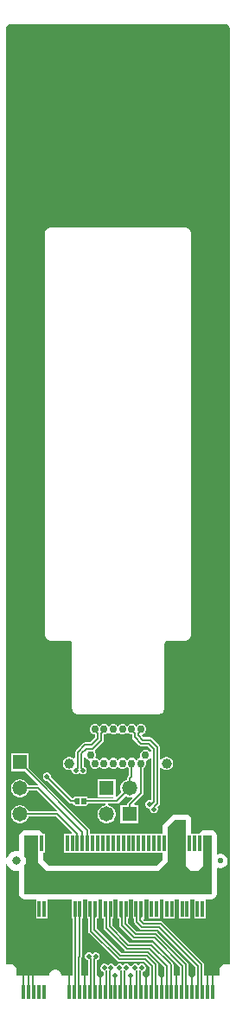
<source format=gtl>
G04*
G04 #@! TF.GenerationSoftware,Altium Limited,Altium Designer,24.5.2 (23)*
G04*
G04 Layer_Physical_Order=1*
G04 Layer_Color=255*
%FSLAX44Y44*%
%MOMM*%
G71*
G04*
G04 #@! TF.SameCoordinates,B7296A9B-97E8-4630-929D-2966843682D6*
G04*
G04*
G04 #@! TF.FilePolarity,Positive*
G04*
G01*
G75*
%ADD11C,0.2000*%
%ADD15R,0.3500X1.4500*%
%ADD16R,1.2000X2.7500*%
%ADD17R,0.3000X1.5500*%
%ADD32R,0.4000X0.4000*%
%ADD33R,1.4732X1.4732*%
%ADD34C,1.4732*%
%ADD35C,5.5000*%
%ADD36O,1.2080X2.4160*%
%ADD37O,1.4080X2.8160*%
%ADD38C,0.7500*%
%ADD39C,1.0000*%
%ADD40C,0.8000*%
%ADD41C,0.5500*%
%ADD42C,0.5000*%
G36*
X217833Y959489D02*
X219239Y958083D01*
X220000Y956245D01*
Y955251D01*
Y42000D01*
Y41602D01*
X219696Y40867D01*
X219133Y40305D01*
X218399Y40001D01*
X214501Y40001D01*
X213525Y39905D01*
X211723Y39159D01*
X210343Y37780D01*
X209686Y36195D01*
X209596Y35977D01*
X209500Y35002D01*
X209500D01*
X209500Y35002D01*
X209500Y29000D01*
X194299D01*
Y39950D01*
X194105Y40925D01*
X193552Y41752D01*
X153502Y81802D01*
X152675Y82355D01*
X151700Y82549D01*
X136005D01*
X135075Y83480D01*
X135601Y84750D01*
X135756D01*
Y102382D01*
X135756Y103250D01*
X136860Y103652D01*
X138652D01*
X139756Y103250D01*
X139756Y102382D01*
Y84750D01*
X150756D01*
Y102382D01*
X150756Y103250D01*
X151859Y103652D01*
X153652D01*
X154756Y103250D01*
X154756Y102382D01*
Y84750D01*
X165756D01*
Y102382D01*
X165756Y103250D01*
X166859Y103652D01*
X168652D01*
X169756Y103250D01*
X169756Y102382D01*
Y84750D01*
X180756D01*
Y102382D01*
X180756Y103250D01*
X181859Y103652D01*
X183652D01*
X184756Y103250D01*
X184756Y102382D01*
Y84750D01*
X195756D01*
Y102382D01*
X195756Y103250D01*
X196859Y103652D01*
X201750D01*
X203701Y104040D01*
X205355Y105145D01*
X206460Y106799D01*
X206848Y108750D01*
Y131250D01*
Y133790D01*
X208118Y134576D01*
X209334Y134250D01*
X211178D01*
X212958Y134727D01*
X214554Y135649D01*
X215857Y136952D01*
X216779Y138548D01*
X217256Y140328D01*
Y142171D01*
X216779Y143952D01*
X215857Y145548D01*
X214554Y146851D01*
X212958Y147773D01*
X211178Y148250D01*
X209334D01*
X208118Y147924D01*
X206848Y148710D01*
X206848Y166250D01*
X206460Y168201D01*
X205355Y169855D01*
X205355Y169855D01*
X203701Y170960D01*
X201750Y171348D01*
X194654Y171348D01*
X192703Y170960D01*
X191049Y169855D01*
X190151Y168957D01*
X189345Y167750D01*
X181847D01*
Y181500D01*
X181459Y183451D01*
X180354Y185105D01*
X178700Y186210D01*
X176749Y186598D01*
X165543D01*
X164578Y186406D01*
X163617Y186220D01*
X163606Y186213D01*
X163592Y186210D01*
X162777Y185665D01*
X161958Y185124D01*
X155141Y178380D01*
X155132Y178366D01*
X155118Y178357D01*
X154573Y177540D01*
X154027Y176732D01*
X154024Y176716D01*
X154015Y176702D01*
X153824Y175741D01*
X153628Y174783D01*
X153631Y174767D01*
X153628Y174751D01*
X153633Y168648D01*
X152736Y167750D01*
X82805D01*
Y171510D01*
X82611Y172486D01*
X82058Y173312D01*
X22832Y232539D01*
Y246666D01*
X5100D01*
Y228934D01*
X19227D01*
X31942Y216219D01*
X31416Y214949D01*
X22462D01*
X22228Y215822D01*
X21061Y217844D01*
X19410Y219495D01*
X17388Y220662D01*
X15133Y221266D01*
X12799D01*
X10544Y220662D01*
X8522Y219495D01*
X6871Y217844D01*
X5704Y215822D01*
X5100Y213567D01*
Y211233D01*
X5704Y208978D01*
X6871Y206956D01*
X8522Y205305D01*
X10544Y204138D01*
X12799Y203534D01*
X15133D01*
X17388Y204138D01*
X19410Y205305D01*
X21061Y206956D01*
X22228Y208978D01*
X22462Y209851D01*
X31044D01*
X50076Y190819D01*
X49550Y189549D01*
X22462D01*
X22228Y190422D01*
X21061Y192444D01*
X19410Y194095D01*
X17388Y195262D01*
X15133Y195866D01*
X12799D01*
X10544Y195262D01*
X8522Y194095D01*
X6871Y192444D01*
X5704Y190422D01*
X5100Y188167D01*
Y185833D01*
X5704Y183578D01*
X6871Y181556D01*
X8522Y179905D01*
X10544Y178738D01*
X12799Y178134D01*
X15133D01*
X17388Y178738D01*
X19410Y179905D01*
X21061Y181556D01*
X22228Y183578D01*
X22462Y184451D01*
X49444D01*
X64972Y168923D01*
X64486Y167750D01*
X57256D01*
Y149250D01*
X153650D01*
X153656Y142616D01*
X147388Y136348D01*
X42612D01*
X36848Y142111D01*
Y149250D01*
X38256D01*
Y167750D01*
X36550D01*
X36460Y168201D01*
X35355Y169855D01*
X35355Y169855D01*
X33701Y170960D01*
X31750Y171348D01*
X19148Y171348D01*
X19148Y171348D01*
X19147Y171348D01*
X18113Y171142D01*
X17197Y170960D01*
X17197Y170960D01*
X17197Y170960D01*
X16302Y170362D01*
X15543Y169855D01*
X15543Y169855D01*
X15543Y169855D01*
X14645Y168957D01*
X14645Y168957D01*
X14645Y168957D01*
X14137Y168197D01*
X13540Y167303D01*
X13540Y167303D01*
X13540Y167303D01*
X13357Y166386D01*
X13152Y165352D01*
X13152Y165352D01*
X13152Y165352D01*
X13153Y151352D01*
X12145Y150579D01*
X11507Y150750D01*
X9005D01*
X6589Y150103D01*
X4423Y148852D01*
X2654Y147083D01*
X1403Y144917D01*
X1270Y144420D01*
X0Y144588D01*
X0Y955251D01*
Y956245D01*
X761Y958083D01*
X2167Y959489D01*
X4005Y960250D01*
X4999D01*
X4999Y960250D01*
X215996D01*
X217833Y959489D01*
D02*
G37*
G36*
X176749Y135751D02*
X181250Y131250D01*
X188750D01*
X193756Y136256D01*
X193756Y165352D01*
X194654Y166250D01*
X201750Y166250D01*
X201750Y131250D01*
Y108750D01*
X19148D01*
X18250Y109648D01*
X18252Y131250D01*
X18252Y136065D01*
X18554Y136459D01*
X19511Y138770D01*
X19838Y141250D01*
X19511Y143730D01*
X18554Y146041D01*
X18251Y146436D01*
X18250Y165352D01*
X19148Y166250D01*
X31750Y166250D01*
Y140000D01*
X40500Y131250D01*
X149500D01*
X158756Y140506D01*
X158726Y174756D01*
X165543Y181500D01*
X176749D01*
Y135751D01*
D02*
G37*
G36*
X124756Y103250D02*
X124756Y102382D01*
Y84750D01*
X125957D01*
Y81494D01*
X126151Y80519D01*
X126704Y79692D01*
X131698Y74698D01*
X132524Y74145D01*
X133500Y73951D01*
X149194D01*
X185701Y37444D01*
Y29000D01*
X179299D01*
Y39950D01*
X179105Y40925D01*
X178552Y41752D01*
X149002Y71302D01*
X148175Y71855D01*
X147200Y72049D01*
X128306D01*
X119555Y80800D01*
Y84750D01*
X120756D01*
Y102382D01*
X120756Y103250D01*
X121860Y103652D01*
X123652D01*
X124756Y103250D01*
D02*
G37*
G36*
X109756D02*
X109756Y102382D01*
Y84750D01*
X110957D01*
Y78294D01*
X111151Y77319D01*
X111704Y76492D01*
X123998Y64198D01*
X124825Y63645D01*
X125800Y63451D01*
X144694D01*
X170701Y37444D01*
Y29215D01*
X170701Y29214D01*
Y29000D01*
X164299D01*
Y39950D01*
X164105Y40925D01*
X163552Y41752D01*
X144502Y60802D01*
X143675Y61355D01*
X142700Y61549D01*
X121056D01*
X104555Y78050D01*
Y84750D01*
X105756D01*
Y102382D01*
X105756Y103250D01*
X106860Y103652D01*
X108652D01*
X109756Y103250D01*
D02*
G37*
G36*
X94756D02*
X94756Y102382D01*
Y84750D01*
X95957D01*
Y75544D01*
X96151Y74569D01*
X96704Y73742D01*
X116748Y53698D01*
X117575Y53145D01*
X118550Y52951D01*
X118551Y52951D01*
X140194D01*
X155701Y37444D01*
Y30233D01*
X155701Y30233D01*
Y29000D01*
X149299D01*
Y39950D01*
X149105Y40925D01*
X148552Y41752D01*
X140002Y50302D01*
X139175Y50855D01*
X138200Y51049D01*
X113556D01*
X89555Y75050D01*
Y84750D01*
X90756D01*
Y102382D01*
X90756Y103250D01*
X91860Y103652D01*
X93652D01*
X94756Y103250D01*
D02*
G37*
G36*
X79756D02*
X79756Y102382D01*
Y84750D01*
X80957D01*
Y72544D01*
X81151Y71569D01*
X81704Y70742D01*
X109248Y43198D01*
X110075Y42645D01*
X111050Y42451D01*
X111051Y42451D01*
X135694D01*
X140701Y37444D01*
Y29000D01*
X134300D01*
Y32605D01*
X135517Y33109D01*
X136642Y34234D01*
X137251Y35704D01*
Y37296D01*
X136642Y38766D01*
X135517Y39891D01*
X134047Y40500D01*
X132456D01*
X130985Y39891D01*
X130001Y38907D01*
X129017Y39891D01*
X127547Y40500D01*
X125956D01*
X124486Y39891D01*
X123360Y38766D01*
X123188Y38350D01*
X121813D01*
X121641Y38766D01*
X120516Y39891D01*
X119046Y40500D01*
X117454D01*
X115984Y39891D01*
X115000Y38907D01*
X114016Y39891D01*
X112546Y40500D01*
X110954D01*
X109484Y39891D01*
X108359Y38766D01*
X108188Y38353D01*
X106813D01*
X106642Y38766D01*
X105517Y39891D01*
X104047Y40500D01*
X102456D01*
X100986Y39891D01*
X100001Y38907D01*
X99017Y39891D01*
X97547Y40500D01*
X95956D01*
X94486Y39891D01*
X93360Y38766D01*
X92751Y37296D01*
Y35704D01*
X93360Y34234D01*
X94486Y33109D01*
X95702Y32605D01*
Y29000D01*
X89299Y29000D01*
Y41809D01*
X89299Y41809D01*
Y44105D01*
X90516Y44609D01*
X91641Y45734D01*
X92250Y47204D01*
Y48796D01*
X91641Y50266D01*
X90516Y51391D01*
X89046Y52000D01*
X87454D01*
X85984Y51391D01*
X85000Y50407D01*
X84016Y51391D01*
X82546Y52000D01*
X80954D01*
X79484Y51391D01*
X78359Y50266D01*
X77750Y48796D01*
Y47204D01*
X78359Y45734D01*
X79484Y44609D01*
X80701Y44105D01*
Y40359D01*
X80701Y40358D01*
Y29000D01*
X74299D01*
Y46625D01*
X74361Y46718D01*
X74555Y47693D01*
Y84750D01*
X75756D01*
Y102382D01*
X75756Y103250D01*
X76859Y103652D01*
X78653D01*
X79756Y103250D01*
D02*
G37*
G36*
X1403Y137583D02*
X2654Y135417D01*
X4423Y133648D01*
X6589Y132397D01*
X9005Y131750D01*
X11507D01*
X12164Y131926D01*
X13154Y130877D01*
X13152Y109649D01*
X13152Y109648D01*
Y109648D01*
X13272Y109046D01*
X13540Y107698D01*
X13540Y107697D01*
X13540Y107697D01*
X14053Y106930D01*
X14645Y106044D01*
X14645Y106044D01*
X14645Y106043D01*
X15543Y105145D01*
X15543Y105145D01*
X15543Y105145D01*
X16302Y104638D01*
X17197Y104040D01*
X17197Y104040D01*
X17197Y104040D01*
X18056Y103869D01*
X19148Y103652D01*
X19148Y103652D01*
X19148Y103652D01*
X28653D01*
X29756Y103250D01*
X29756Y102382D01*
Y84750D01*
X40756D01*
Y102382D01*
X40756Y103250D01*
X41859Y103652D01*
X63653D01*
X64756Y103250D01*
X64756Y102382D01*
Y84750D01*
X65957D01*
Y49955D01*
X65895Y49862D01*
X65701Y48887D01*
Y29000D01*
X54750D01*
X54635Y30171D01*
X53740Y32334D01*
X52084Y33990D01*
X49921Y34887D01*
X48751Y35002D01*
X47580Y34887D01*
X45417Y33990D01*
X43762Y32334D01*
X42884Y30215D01*
X42866Y30171D01*
X42751Y29000D01*
X10501D01*
X10501Y35002D01*
X10404Y35977D01*
X9657Y37780D01*
X8278Y39159D01*
X6661Y39828D01*
X6475Y39905D01*
X5502Y40000D01*
X5500Y40001D01*
X5500Y40001D01*
X5500Y40001D01*
X1602D01*
X867Y40305D01*
X305Y40867D01*
X0Y41602D01*
X0Y137912D01*
X1270Y138080D01*
X1403Y137583D01*
D02*
G37*
%LPC*%
G36*
X44005Y761622D02*
X43707Y761498D01*
X43384Y761498D01*
X41546Y760738D01*
X41318Y760509D01*
X41020Y760386D01*
X39613Y758979D01*
X39490Y758681D01*
X39261Y758453D01*
X38500Y756616D01*
X38500Y756293D01*
X38377Y755994D01*
X38377Y755000D01*
X38377Y755000D01*
X38377Y755000D01*
X38377Y363500D01*
Y362505D01*
X38500Y362207D01*
Y361884D01*
X39261Y360047D01*
X39490Y359818D01*
X39613Y359520D01*
X41020Y358114D01*
X41318Y357990D01*
X41546Y357762D01*
X43383Y357001D01*
X43706D01*
X44005Y356877D01*
X44999D01*
X61671Y356876D01*
X62327Y356811D01*
X63608Y356281D01*
X64530Y355358D01*
X65061Y354077D01*
X65126Y353421D01*
X65127Y291252D01*
Y290258D01*
X65251Y289960D01*
Y289637D01*
X66012Y287799D01*
X66240Y287571D01*
X66364Y287273D01*
X67770Y285867D01*
X68068Y285743D01*
X68297Y285515D01*
X70134Y284754D01*
X70457D01*
X70755Y284630D01*
X71750D01*
X148751Y284631D01*
X149745D01*
X150043Y284754D01*
X150366D01*
X152204Y285515D01*
X152432Y285743D01*
X152731Y285867D01*
X154137Y287273D01*
X154260Y287572D01*
X154488Y287800D01*
X155250Y289637D01*
Y289960D01*
X155373Y290259D01*
Y291253D01*
X155374Y353421D01*
X155439Y354077D01*
X155969Y355358D01*
X156892Y356280D01*
X158173Y356811D01*
X158829Y356876D01*
X175001Y356877D01*
X175995D01*
X176294Y357001D01*
X176616D01*
X178454Y357762D01*
X178682Y357990D01*
X178980Y358114D01*
X180387Y359520D01*
X180510Y359818D01*
X180739Y360047D01*
X181500Y361884D01*
Y362207D01*
X181623Y362505D01*
Y363500D01*
Y755000D01*
Y755994D01*
X181500Y756292D01*
Y756615D01*
X180739Y758453D01*
X180510Y758681D01*
X180387Y758979D01*
X178980Y760385D01*
X178682Y760509D01*
X178454Y760737D01*
X176616Y761498D01*
X176294D01*
X175995Y761622D01*
X44999D01*
X44999Y761622D01*
X44005Y761622D01*
D02*
G37*
G36*
X133544Y275500D02*
X131456D01*
X129526Y274701D01*
X128830Y274004D01*
X128000Y273268D01*
X127170Y274004D01*
X126474Y274701D01*
X124544Y275500D01*
X122456D01*
X120526Y274701D01*
X119830Y274004D01*
X119000Y273268D01*
X118170Y274004D01*
X117474Y274701D01*
X115544Y275500D01*
X113456D01*
X111526Y274701D01*
X110830Y274004D01*
X110000Y273268D01*
X109170Y274004D01*
X108474Y274701D01*
X106544Y275500D01*
X104456D01*
X102526Y274701D01*
X101830Y274004D01*
X101000Y273268D01*
X100170Y274004D01*
X99474Y274701D01*
X97544Y275500D01*
X95456D01*
X93526Y274701D01*
X92830Y274004D01*
X92000Y273268D01*
X91170Y274004D01*
X90474Y274701D01*
X88544Y275500D01*
X86456D01*
X84526Y274701D01*
X83049Y273224D01*
X82250Y271294D01*
Y269206D01*
X83049Y267276D01*
X84526Y265799D01*
X86456Y265000D01*
X87701D01*
Y262056D01*
X82944Y257299D01*
X77550D01*
X76575Y257105D01*
X75748Y256552D01*
X68698Y249502D01*
X68145Y248675D01*
X67951Y247700D01*
Y242287D01*
X66681Y241761D01*
X66491Y241951D01*
X65009Y242807D01*
X63356Y243250D01*
X61644D01*
X59991Y242807D01*
X58509Y241951D01*
X57299Y240741D01*
X56443Y239259D01*
X56000Y237606D01*
Y235894D01*
X56443Y234241D01*
X57299Y232759D01*
X58509Y231549D01*
X59991Y230693D01*
X61644Y230250D01*
X63356D01*
X63993Y230421D01*
X65000Y229648D01*
Y229204D01*
X65609Y227734D01*
X66734Y226609D01*
X68204Y226000D01*
X69796D01*
X71266Y226609D01*
X72250Y227593D01*
X73234Y226609D01*
X74704Y226000D01*
X76296D01*
X77766Y226609D01*
X78891Y227734D01*
X79500Y229204D01*
Y230796D01*
X78891Y232266D01*
X77766Y233391D01*
X76549Y233895D01*
Y243539D01*
X77750Y243706D01*
X78549Y241776D01*
X80026Y240299D01*
X81637Y239632D01*
X82491Y238376D01*
X82250Y237794D01*
Y235706D01*
X83049Y233776D01*
X84526Y232299D01*
X86456Y231500D01*
X88544D01*
X90474Y232299D01*
X91170Y232996D01*
X92000Y233732D01*
X92830Y232996D01*
X93526Y232299D01*
X95456Y231500D01*
X97544D01*
X99474Y232299D01*
X100170Y232996D01*
X101000Y233732D01*
X101830Y232996D01*
X102526Y232299D01*
X104456Y231500D01*
X106544D01*
X108474Y232299D01*
X109170Y232996D01*
X110000Y233732D01*
X110830Y232996D01*
X111526Y232299D01*
X113456Y231500D01*
X115544D01*
X117474Y232299D01*
X118170Y232996D01*
X119000Y233732D01*
X119830Y232996D01*
X120526Y232299D01*
X120826Y232175D01*
Y225181D01*
X119698Y224052D01*
X119145Y223225D01*
X118951Y222250D01*
Y221063D01*
X117828Y220762D01*
X115806Y219595D01*
X114155Y217944D01*
X112988Y215922D01*
X112384Y213667D01*
Y211333D01*
X112988Y209078D01*
X113440Y208295D01*
X108886Y203741D01*
X107616Y204267D01*
X107616Y204642D01*
Y221366D01*
X89884D01*
Y203634D01*
X105526D01*
X106205Y202364D01*
X106161Y202299D01*
X81633D01*
X80545Y202903D01*
X80252Y203617D01*
X80022Y203848D01*
X79898Y204148D01*
X79602Y204271D01*
X79376Y204498D01*
X79050Y204499D01*
X78750Y204624D01*
X74500D01*
X73500Y204209D01*
X72500Y204624D01*
X68250Y204624D01*
X67949Y204499D01*
X67624Y204498D01*
X67398Y204271D01*
X67102Y204148D01*
X66978Y203848D01*
X66748Y203617D01*
X66455Y202903D01*
X65975Y202755D01*
X65644Y202696D01*
X65531Y202691D01*
X65120Y202735D01*
X44500Y223355D01*
Y224546D01*
X43891Y226016D01*
X42766Y227141D01*
X41296Y227750D01*
X39704D01*
X38234Y227141D01*
X37109Y226016D01*
X36500Y224546D01*
Y222954D01*
X37109Y221484D01*
X38234Y220359D01*
X39704Y219750D01*
X40895D01*
X62448Y198198D01*
X63275Y197645D01*
X64250Y197451D01*
X65263D01*
X66455Y197097D01*
X66748Y196383D01*
X66977Y196152D01*
X67102Y195852D01*
X67398Y195729D01*
X67624Y195502D01*
X67950Y195501D01*
X68250Y195376D01*
X72500Y195376D01*
X73500Y195791D01*
X74500Y195376D01*
X78750Y195376D01*
X79050Y195501D01*
X79376Y195502D01*
X79602Y195729D01*
X79898Y195852D01*
X80022Y196152D01*
X80252Y196383D01*
X80545Y197097D01*
X80649Y197201D01*
X97498D01*
X97583Y195966D01*
X95328Y195362D01*
X93306Y194195D01*
X91655Y192544D01*
X90488Y190522D01*
X89884Y188267D01*
Y185933D01*
X90488Y183678D01*
X91655Y181656D01*
X93306Y180005D01*
X95328Y178838D01*
X97583Y178234D01*
X99917D01*
X102172Y178838D01*
X104194Y180005D01*
X105845Y181656D01*
X107012Y183678D01*
X107616Y185933D01*
Y188267D01*
X107012Y190522D01*
X105845Y192544D01*
X104194Y194195D01*
X102172Y195362D01*
X99917Y195966D01*
X100002Y197201D01*
X108500D01*
X109475Y197395D01*
X110302Y197948D01*
X117045Y204690D01*
X117828Y204238D01*
X120083Y203634D01*
X122417D01*
X123532Y203933D01*
X124189Y202794D01*
X119826Y198431D01*
X119274Y197604D01*
X119080Y196628D01*
Y195966D01*
X112384D01*
Y178234D01*
X130116D01*
Y195966D01*
X126230D01*
X125744Y197139D01*
X134302Y205698D01*
X134855Y206525D01*
X135049Y207500D01*
Y232123D01*
X135474Y232299D01*
X136951Y233776D01*
X137750Y235706D01*
Y237794D01*
X137509Y238376D01*
X138363Y239632D01*
X139974Y240299D01*
X141181Y241506D01*
X142429Y241131D01*
X142451Y241117D01*
Y201265D01*
X141449Y200596D01*
X139858D01*
X138388Y199987D01*
X137263Y198862D01*
X136654Y197392D01*
Y195800D01*
X137263Y194330D01*
X138388Y193205D01*
X139858Y192596D01*
X141250D01*
Y191204D01*
X141859Y189734D01*
X142984Y188609D01*
X144454Y188000D01*
X146046D01*
X147516Y188609D01*
X148641Y189734D01*
X149250Y191204D01*
Y192796D01*
X148746Y194013D01*
X150302Y195569D01*
X150855Y196396D01*
X151049Y197371D01*
Y232384D01*
X152224Y232737D01*
X152319Y232739D01*
X153509Y231549D01*
X154991Y230693D01*
X156644Y230250D01*
X158356D01*
X160009Y230693D01*
X161491Y231549D01*
X162701Y232759D01*
X163557Y234241D01*
X164000Y235894D01*
Y237606D01*
X163557Y239259D01*
X162701Y240741D01*
X161491Y241951D01*
X160009Y242807D01*
X158356Y243250D01*
X156644D01*
X154991Y242807D01*
X153509Y241951D01*
X152319Y240761D01*
X152224Y240763D01*
X151049Y241116D01*
Y252700D01*
X150855Y253675D01*
X150302Y254502D01*
X143252Y261552D01*
X142425Y262105D01*
X141450Y262299D01*
X135217D01*
X133689Y263827D01*
X134087Y265225D01*
X135474Y265799D01*
X136951Y267276D01*
X137750Y269206D01*
Y271294D01*
X136951Y273224D01*
X135474Y274701D01*
X133544Y275500D01*
D02*
G37*
%LPD*%
G36*
X110830Y266496D02*
X111526Y265799D01*
X113456Y265000D01*
X115544D01*
X117474Y265799D01*
X118170Y266496D01*
X119000Y267232D01*
X119830Y266496D01*
X120526Y265799D01*
X122456Y265000D01*
X123701D01*
Y262712D01*
X123895Y261736D01*
X124448Y260909D01*
X130909Y254448D01*
X131736Y253895D01*
X132711Y253701D01*
X138944D01*
X142451Y250194D01*
Y248383D01*
X142429Y248368D01*
X141181Y247994D01*
X139974Y249201D01*
X138044Y250000D01*
X135956D01*
X134026Y249201D01*
X132549Y247724D01*
X131750Y245794D01*
Y243706D01*
X131991Y243124D01*
X131137Y241868D01*
X129526Y241201D01*
X128830Y240504D01*
X128000Y239768D01*
X127170Y240504D01*
X126474Y241201D01*
X124544Y242000D01*
X122456D01*
X120526Y241201D01*
X119830Y240504D01*
X119000Y239768D01*
X118170Y240504D01*
X117474Y241201D01*
X115544Y242000D01*
X113456D01*
X111526Y241201D01*
X110830Y240504D01*
X110000Y239768D01*
X109170Y240504D01*
X108474Y241201D01*
X106544Y242000D01*
X104456D01*
X102526Y241201D01*
X101830Y240504D01*
X101000Y239768D01*
X100170Y240504D01*
X99474Y241201D01*
X97544Y242000D01*
X95456D01*
X93526Y241201D01*
X92830Y240504D01*
X92000Y239768D01*
X91170Y240504D01*
X90474Y241201D01*
X88863Y241868D01*
X88009Y243124D01*
X88250Y243706D01*
Y245794D01*
X87451Y247724D01*
X87254Y247921D01*
X87252Y249293D01*
X87388Y249583D01*
X95552Y257748D01*
X96105Y258575D01*
X96299Y259550D01*
Y265000D01*
X97544D01*
X99474Y265799D01*
X100170Y266496D01*
X101000Y267232D01*
X101830Y266496D01*
X102526Y265799D01*
X104456Y265000D01*
X106544D01*
X108474Y265799D01*
X109170Y266496D01*
X110000Y267232D01*
X110830Y266496D01*
D02*
G37*
G36*
X79043Y202286D02*
X79342Y200772D01*
X79342Y199228D01*
X79043Y197714D01*
X78750Y197000D01*
X78750D01*
X74500Y197000D01*
Y203000D01*
X78750D01*
X79043Y202286D01*
D02*
G37*
G36*
X72500Y197000D02*
X68250Y197000D01*
X67957Y197714D01*
X67658Y199228D01*
X67658Y200772D01*
X67957Y202286D01*
X68250Y203000D01*
Y203000D01*
X72500Y203000D01*
Y197000D01*
D02*
G37*
D11*
X40625Y223625D02*
X64250Y200000D01*
X70500D01*
X62499Y12750D02*
Y32750D01*
X77550Y254750D02*
X84000D01*
X93750Y259550D02*
Y266328D01*
X90250Y261000D02*
Y266328D01*
X84000Y254750D02*
X90250Y261000D01*
X85450Y251250D02*
X93750Y259550D01*
X79000Y251250D02*
X85450D01*
X70500Y247700D02*
X77550Y254750D01*
X74000Y246250D02*
X79000Y251250D01*
X108500Y199750D02*
X121250Y212500D01*
X77500Y199750D02*
X108500D01*
X121500Y212500D02*
Y222250D01*
X13966Y237800D02*
X80256Y171510D01*
X74000Y232312D02*
Y246250D01*
Y232312D02*
X75500Y230812D01*
X69000Y230000D02*
Y230812D01*
X70500Y232312D02*
Y247700D01*
X75500Y230000D02*
Y230812D01*
X69000D02*
X70500Y232312D01*
X101752Y13500D02*
X102502Y12750D01*
X93750Y266328D02*
X96500Y269078D01*
X87500D02*
Y270250D01*
Y269078D02*
X90250Y266328D01*
X96500Y269078D02*
Y270250D01*
X50500Y187000D02*
X69882Y167618D01*
Y158874D02*
X70256Y158500D01*
X69882Y158874D02*
Y167618D01*
X13966Y212400D02*
X32100D01*
X75256Y158500D02*
Y169244D01*
X32100Y212400D02*
X75256Y169244D01*
X13966Y187000D02*
X50500D01*
X80256Y158500D02*
Y171510D01*
X88250Y47188D02*
Y48000D01*
X83250Y40359D02*
Y45688D01*
X81750Y47188D02*
X83250Y45688D01*
X81750Y47188D02*
Y48000D01*
X86750Y41809D02*
X86750Y41809D01*
X86750Y41809D02*
Y45688D01*
X83250Y40359D02*
X83250Y40359D01*
X86750Y45688D02*
X88250Y47188D01*
X83250Y25985D02*
Y40359D01*
X83250Y25985D02*
X83250Y25985D01*
X83250Y20172D02*
Y25985D01*
X86750Y20172D02*
Y24535D01*
X86750Y24535D01*
Y41809D01*
X125800Y66000D02*
X145750D01*
X127250Y69500D02*
X147200D01*
X117006Y79744D02*
X127250Y69500D01*
X113506Y78294D02*
Y81544D01*
Y78294D02*
X125800Y66000D01*
X117006Y79744D02*
Y86078D01*
X118550Y55500D02*
X141250D01*
X118550Y55500D02*
X118550Y55500D01*
X111050Y45000D02*
X136750D01*
X111050Y45000D02*
X111050Y45000D01*
X98506Y75544D02*
Y81544D01*
Y75544D02*
X118550Y55500D01*
X102006Y76994D02*
X120000Y59000D01*
X87006Y73994D02*
X112500Y48500D01*
X83506Y72544D02*
X111050Y45000D01*
X83506Y72544D02*
Y81544D01*
X98256Y86328D02*
X98506Y86078D01*
X102006Y76994D02*
Y86078D01*
X102256Y86328D02*
Y93500D01*
X102006Y86078D02*
X102256Y86328D01*
X98506Y81544D02*
Y86078D01*
X98256Y86328D02*
Y93500D01*
X83506Y81544D02*
Y86078D01*
X112500Y48500D02*
X138200D01*
X87006Y73994D02*
Y86078D01*
X120000Y59000D02*
X142700D01*
X113506Y81544D02*
Y86078D01*
X117006D02*
X117256Y86328D01*
X113256D02*
X113506Y86078D01*
X147200Y69500D02*
X176750Y39950D01*
X145750Y66000D02*
X173250Y38500D01*
X113256Y86328D02*
Y93500D01*
X117256Y86328D02*
Y93500D01*
X112756Y94000D02*
X113256Y93500D01*
X141250Y55500D02*
X158250Y38500D01*
X142700Y59000D02*
X161750Y39950D01*
X87256Y93500D02*
X87756Y94000D01*
X83256Y86328D02*
Y93500D01*
X117256D02*
X117756Y94000D01*
X87006Y86078D02*
X87256Y86328D01*
X102256Y93500D02*
X102756Y94000D01*
X87256Y86328D02*
Y93500D01*
X83256Y86328D02*
X83506Y86078D01*
X167500Y12750D02*
Y31017D01*
X86750Y20172D02*
X86751Y20171D01*
Y13500D02*
Y20171D01*
X83250Y20171D02*
X83250Y20172D01*
X83250Y13500D02*
Y20171D01*
X82499Y12750D02*
X83250Y13500D01*
X86751D02*
X87501Y12750D01*
X92499D02*
Y28826D01*
X145000Y198821D02*
Y251250D01*
X143349Y197170D02*
X145000Y198821D01*
X145824Y194695D02*
X148500Y197371D01*
X132500Y207500D02*
Y236750D01*
X121250Y186800D02*
X121629Y187178D01*
Y196628D02*
X132500Y207500D01*
X121629Y187178D02*
Y196628D01*
X123375Y224125D02*
Y236625D01*
X121500Y222250D02*
X123375Y224125D01*
X131752Y13500D02*
X132502Y12750D01*
X132711Y256250D02*
X140000D01*
X129750Y264161D02*
X134161Y259750D01*
X140000Y256250D02*
X145000Y251250D01*
X126250Y262712D02*
X132711Y256250D01*
X134161Y259750D02*
X141450D01*
X148500Y252700D01*
Y197371D02*
Y252700D01*
X113250Y27164D02*
Y34188D01*
X138200Y48500D02*
X146750Y39950D01*
X136750Y45000D02*
X143250Y38500D01*
X72006Y47693D02*
Y86078D01*
X68256Y86328D02*
X68506Y86078D01*
X72256Y93500D02*
X72756Y94000D01*
X68506Y49143D02*
Y86078D01*
X68256Y86328D02*
Y93500D01*
X67756Y94000D02*
X68256Y93500D01*
X72006Y86078D02*
X72256Y86328D01*
Y93500D01*
X132500Y269078D02*
Y270250D01*
X129750Y266328D02*
X132500Y269078D01*
X123500D02*
Y270250D01*
X126250Y262712D02*
Y266328D01*
X129750Y264161D02*
Y266328D01*
X123500Y269078D02*
X126250Y266328D01*
X132256Y93500D02*
X132756Y94000D01*
X132256Y86328D02*
Y93500D01*
X132006Y86078D02*
X132256Y86328D01*
X128256D02*
Y93500D01*
X128506Y81494D02*
Y86078D01*
X127756Y94000D02*
X128256Y93500D01*
X134950Y80000D02*
X151700D01*
X132006Y82944D02*
Y86078D01*
Y82944D02*
X134950Y80000D01*
X128256Y86328D02*
X128506Y86078D01*
Y81494D02*
X133500Y76500D01*
X150250D01*
X82756Y94000D02*
X83256Y93500D01*
X97756Y94000D02*
X98256Y93500D01*
X191750Y21036D02*
Y39950D01*
X188250Y21036D02*
Y38500D01*
X151700Y80000D02*
X191750Y39950D01*
X150250Y76500D02*
X188250Y38500D01*
X176750Y27765D02*
Y39950D01*
X173250Y29214D02*
Y38500D01*
X161750Y28783D02*
Y39950D01*
X158250Y30233D02*
Y38500D01*
X143250Y27164D02*
Y38500D01*
X146750Y25715D02*
Y39950D01*
X191751Y13499D02*
Y21035D01*
Y13499D02*
X192499Y12750D01*
X191750Y21036D02*
X191751Y21035D01*
X188249D02*
X188250Y21036D01*
X187500Y12750D02*
X188249Y13499D01*
Y21035D01*
X128251Y13500D02*
Y20171D01*
X128251Y20172D01*
Y27164D02*
X128251Y27164D01*
X131751Y25714D02*
X131751Y25715D01*
X128251Y20172D02*
Y27164D01*
X127501Y12750D02*
X128251Y13500D01*
X131751Y25715D02*
Y34188D01*
X128251Y27164D02*
Y34188D01*
X131752Y13500D02*
Y20171D01*
X131751Y20172D02*
X131752Y20171D01*
X131751Y20172D02*
Y25714D01*
X137501Y12750D02*
X137628Y12878D01*
Y28741D01*
X137756Y28869D01*
X122499Y12750D02*
Y28826D01*
X113250Y20172D02*
Y27164D01*
X113250Y27164D01*
X116750Y20172D02*
Y25714D01*
X116750Y25715D02*
Y34188D01*
X116750Y25714D02*
X116750Y25715D01*
X107501Y12750D02*
Y28826D01*
X158250Y30233D02*
X158250Y30233D01*
X173250Y20172D02*
Y29214D01*
X158250Y21036D02*
Y30233D01*
X161750Y28783D02*
X161750Y28783D01*
X176750Y27765D02*
X176750Y27765D01*
X176750Y20172D02*
Y27765D01*
X161750Y21036D02*
Y28783D01*
X173250Y29214D02*
X173250Y29214D01*
X152501Y27999D02*
Y28827D01*
X152499Y12750D02*
Y28826D01*
X152501Y28827D01*
Y27999D02*
X152750Y27750D01*
X116750Y20172D02*
X116751Y20171D01*
Y13500D02*
X117501Y12750D01*
X116751Y13500D02*
Y20171D01*
X112499Y12750D02*
X113249Y13500D01*
Y20171D02*
X113250Y20172D01*
X113249Y13500D02*
Y20171D01*
X101751Y20172D02*
X101752Y20171D01*
Y13500D02*
Y20171D01*
X97501Y12750D02*
X98251Y13500D01*
Y20171D02*
X98251Y20172D01*
X98251Y13500D02*
Y20171D01*
X98251Y20172D02*
Y27164D01*
X98251Y27164D01*
X101751Y20172D02*
Y25714D01*
X101751Y25715D01*
X98251Y27164D02*
Y34188D01*
X101751Y25715D02*
Y34188D01*
X17501Y12750D02*
Y32501D01*
X27000Y13251D02*
X27501Y12750D01*
X17501Y32501D02*
X17750Y32750D01*
X27000Y13251D02*
Y33750D01*
X201250D02*
X202499Y32501D01*
Y12750D02*
Y32501D01*
X77250Y31750D02*
X77501Y31499D01*
Y12750D02*
Y31499D01*
X22499Y12750D02*
Y31249D01*
X22750Y31500D01*
X123375Y236625D02*
X123500Y236750D01*
X71750Y47437D02*
X72006Y47693D01*
X71750Y21036D02*
Y47437D01*
X68250Y21036D02*
Y48887D01*
X68506Y49143D01*
X71751Y13499D02*
Y21035D01*
X71750Y21036D02*
X71751Y21035D01*
X68249D02*
X68250Y21036D01*
X68249Y13499D02*
Y21035D01*
X67501Y12750D02*
X68249Y13499D01*
X71751D02*
X72499Y12750D01*
X182499D02*
Y28826D01*
X197500Y12750D02*
Y30750D01*
X146750Y25714D02*
X146750Y25715D01*
X146750Y20172D02*
Y25714D01*
X143250Y27164D02*
X143250Y27164D01*
X143250Y20172D02*
Y27164D01*
X143249Y13500D02*
Y20171D01*
X161751Y13499D02*
Y21035D01*
X158249Y13499D02*
Y21035D01*
X158250Y21036D01*
X161751Y13499D02*
X162499Y12750D01*
X173249Y13500D02*
Y20171D01*
X143249D02*
X143250Y20172D01*
X173249Y20171D02*
X173250Y20172D01*
X161750Y21036D02*
X161751Y21035D01*
X142499Y12750D02*
X143249Y13500D01*
X176750D02*
Y20171D01*
X176750Y20172D02*
X176750Y20171D01*
X172499Y12750D02*
X173249Y13500D01*
X176750D02*
X177500Y12750D01*
X157500D02*
X158249Y13499D01*
X146750Y13500D02*
Y20171D01*
Y13500D02*
X147501Y12750D01*
X146750Y20172D02*
X146750Y20171D01*
D15*
X202499Y12750D02*
D03*
X197500D02*
D03*
X192499D02*
D03*
X187500D02*
D03*
X182499D02*
D03*
X177500D02*
D03*
X172499D02*
D03*
X167500D02*
D03*
X162499D02*
D03*
X157500D02*
D03*
X152499D02*
D03*
X147501D02*
D03*
X142499D02*
D03*
X137501D02*
D03*
X132499D02*
D03*
X127501D02*
D03*
X122499D02*
D03*
X117501D02*
D03*
X112499D02*
D03*
X107501D02*
D03*
X102499D02*
D03*
X97501D02*
D03*
X92499D02*
D03*
X87501D02*
D03*
X82499D02*
D03*
X77501D02*
D03*
X72499D02*
D03*
X67501D02*
D03*
X62499D02*
D03*
X37501D02*
D03*
X32499D02*
D03*
X27501D02*
D03*
X22499D02*
D03*
X17501D02*
D03*
D16*
X6240Y96250D02*
D03*
X213756Y96250D02*
D03*
D17*
X17756Y94000D02*
D03*
X20256Y158500D02*
D03*
X22756Y94000D02*
D03*
X25256Y158500D02*
D03*
X27756Y94000D02*
D03*
X30256Y158500D02*
D03*
X32756Y94000D02*
D03*
X35256Y158500D02*
D03*
X37756Y94000D02*
D03*
X60256Y158500D02*
D03*
X62756Y94000D02*
D03*
X65256Y158500D02*
D03*
X67756Y94000D02*
D03*
X70256Y158500D02*
D03*
X72756Y94000D02*
D03*
X75256Y158500D02*
D03*
X77756Y94000D02*
D03*
X80256Y158500D02*
D03*
X82756Y94000D02*
D03*
X85256Y158500D02*
D03*
X87756Y94000D02*
D03*
X90256Y158500D02*
D03*
X92756Y94000D02*
D03*
X95256Y158500D02*
D03*
X97756Y94000D02*
D03*
X100256Y158500D02*
D03*
X102756Y94000D02*
D03*
X105256Y158500D02*
D03*
X107756Y94000D02*
D03*
X110256Y158500D02*
D03*
X112756Y94000D02*
D03*
X115256Y158500D02*
D03*
X117756Y94000D02*
D03*
X120256Y158500D02*
D03*
X122756Y94000D02*
D03*
X125256Y158500D02*
D03*
X127756Y94000D02*
D03*
X130256Y158500D02*
D03*
X132756Y94000D02*
D03*
X135256Y158500D02*
D03*
X137756Y94000D02*
D03*
X140256Y158500D02*
D03*
X142756Y94000D02*
D03*
X145256Y158500D02*
D03*
X147756Y94000D02*
D03*
X150256Y158500D02*
D03*
X152756Y94000D02*
D03*
X155256Y158500D02*
D03*
X157756Y94000D02*
D03*
X160256Y158500D02*
D03*
X162756Y94000D02*
D03*
X165256Y158500D02*
D03*
X167756Y94000D02*
D03*
X170256Y158500D02*
D03*
X172756Y94000D02*
D03*
X175256Y158500D02*
D03*
X177756Y94000D02*
D03*
X180256Y158500D02*
D03*
X182756Y94000D02*
D03*
X185256Y158500D02*
D03*
X187756Y94000D02*
D03*
X190256Y158500D02*
D03*
X192756Y94000D02*
D03*
X195256Y158500D02*
D03*
X197756Y94000D02*
D03*
X200256Y158500D02*
D03*
X202756Y94000D02*
D03*
D32*
X76500Y200000D02*
D03*
X70500D02*
D03*
D33*
X121250Y187100D02*
D03*
X98750Y212500D02*
D03*
X13966Y237800D02*
D03*
D34*
X98750Y187100D02*
D03*
X121250Y212500D02*
D03*
X13966Y212400D02*
D03*
Y187000D02*
D03*
D35*
X110000Y800000D02*
D03*
Y917250D02*
D03*
D36*
X58000Y323250D02*
D03*
X162000D02*
D03*
D37*
X165000Y268250D02*
D03*
X55000D02*
D03*
D38*
X83000Y278250D02*
D03*
X101000D02*
D03*
X119000D02*
D03*
X137000D02*
D03*
X132500Y270250D02*
D03*
X123500D02*
D03*
X87500D02*
D03*
X96500D02*
D03*
X105500D02*
D03*
X114500D02*
D03*
X83000Y244750D02*
D03*
X101000D02*
D03*
X119000D02*
D03*
X137000D02*
D03*
X132500Y236750D02*
D03*
X123500D02*
D03*
X87500D02*
D03*
X96500D02*
D03*
X105500D02*
D03*
X114500D02*
D03*
D39*
X62500D02*
D03*
X157500D02*
D03*
D40*
X10256Y141250D02*
D03*
D41*
X210256D02*
D03*
D42*
X40500Y223750D02*
D03*
X107500Y143250D02*
D03*
X60000Y170250D02*
D03*
X200000Y190000D02*
D03*
Y210000D02*
D03*
Y230000D02*
D03*
X43750Y251000D02*
D03*
Y236500D02*
D03*
X82500Y230250D02*
D03*
X111250Y220250D02*
D03*
X140000Y234750D02*
D03*
X153750Y245000D02*
D03*
X138500Y210500D02*
D03*
X115250Y259000D02*
D03*
X122750D02*
D03*
X119000Y263750D02*
D03*
X100750Y228500D02*
D03*
X145250Y173000D02*
D03*
X59000Y141250D02*
D03*
X77500Y40500D02*
D03*
X161750Y224500D02*
D03*
X51250Y151750D02*
D03*
X59500Y64250D02*
D03*
X53750Y95000D02*
D03*
Y75250D02*
D03*
X42000Y43250D02*
D03*
X174250Y178750D02*
D03*
X168000D02*
D03*
X65250Y224000D02*
D03*
X79250Y236000D02*
D03*
X75500Y230000D02*
D03*
X69000D02*
D03*
X89500Y178000D02*
D03*
X6000Y127750D02*
D03*
X77500Y55000D02*
D03*
X93250Y55000D02*
D03*
X88250Y48000D02*
D03*
X81750D02*
D03*
X93250Y82250D02*
D03*
X103251Y36500D02*
D03*
X96751D02*
D03*
X20000Y950000D02*
D03*
X80000Y950000D02*
D03*
X40000D02*
D03*
X60000D02*
D03*
X160000D02*
D03*
X180000D02*
D03*
X140000D02*
D03*
X200000Y950000D02*
D03*
X100000Y870000D02*
D03*
X120000D02*
D03*
X140000D02*
D03*
X109500Y178000D02*
D03*
X214512Y127750D02*
D03*
Y163250D02*
D03*
X6000D02*
D03*
X138000Y143250D02*
D03*
X123000D02*
D03*
X89500D02*
D03*
X122750Y82250D02*
D03*
X107750D02*
D03*
X5996Y46250D02*
D03*
Y66000D02*
D03*
X214000Y66000D02*
D03*
Y46250D02*
D03*
X185000Y57250D02*
D03*
Y78750D02*
D03*
X197500Y122500D02*
D03*
Y112500D02*
D03*
Y132500D02*
D03*
X172500D02*
D03*
Y112500D02*
D03*
Y122500D02*
D03*
X162500Y132500D02*
D03*
Y112500D02*
D03*
Y122500D02*
D03*
X25000D02*
D03*
Y112500D02*
D03*
Y132500D02*
D03*
X92501Y29327D02*
D03*
X133654Y196846D02*
D03*
X145000Y185000D02*
D03*
X140654Y196596D02*
D03*
X145250Y192000D02*
D03*
X133251Y36500D02*
D03*
X126751D02*
D03*
X137756Y29369D02*
D03*
X122501Y29327D02*
D03*
X107502D02*
D03*
X111750Y36500D02*
D03*
X118250D02*
D03*
X152501Y29327D02*
D03*
X180000Y770000D02*
D03*
X160000D02*
D03*
X60000Y770000D02*
D03*
X40000D02*
D03*
Y790000D02*
D03*
X60000D02*
D03*
X160000Y790000D02*
D03*
X180000D02*
D03*
X40000Y810000D02*
D03*
X60000D02*
D03*
X160000Y810000D02*
D03*
X180000D02*
D03*
X92499Y782499D02*
D03*
X127501Y782499D02*
D03*
X110000Y775250D02*
D03*
X85250Y800000D02*
D03*
X134750Y800000D02*
D03*
X60000Y930000D02*
D03*
X180000Y930000D02*
D03*
X160000D02*
D03*
X180000Y910000D02*
D03*
X160000D02*
D03*
X180000Y890000D02*
D03*
X160000D02*
D03*
X180000Y870000D02*
D03*
X160000D02*
D03*
X180000Y830000D02*
D03*
X160000D02*
D03*
X60000Y830000D02*
D03*
X40000D02*
D03*
X44000Y878000D02*
D03*
Y898000D02*
D03*
X160000Y850000D02*
D03*
X180000D02*
D03*
X140000D02*
D03*
X120000D02*
D03*
X100000D02*
D03*
X200000Y250000D02*
D03*
Y270000D02*
D03*
Y290000D02*
D03*
Y850000D02*
D03*
Y870000D02*
D03*
Y930000D02*
D03*
Y910000D02*
D03*
Y890000D02*
D03*
X20000Y930000D02*
D03*
Y810000D02*
D03*
Y830000D02*
D03*
Y730000D02*
D03*
Y750000D02*
D03*
Y790000D02*
D03*
Y770000D02*
D03*
Y650000D02*
D03*
Y670000D02*
D03*
Y710000D02*
D03*
Y690000D02*
D03*
Y410000D02*
D03*
Y430000D02*
D03*
Y470000D02*
D03*
Y450000D02*
D03*
Y330000D02*
D03*
Y350000D02*
D03*
Y390000D02*
D03*
Y370000D02*
D03*
Y310000D02*
D03*
X127501Y817501D02*
D03*
X92499Y817501D02*
D03*
X110000Y824750D02*
D03*
X134750Y917250D02*
D03*
X110000Y942000D02*
D03*
X85250Y917250D02*
D03*
X110000Y892500D02*
D03*
X127501Y899749D02*
D03*
X92499Y899749D02*
D03*
X92499Y934751D02*
D03*
X127501Y934751D02*
D03*
X182500Y29327D02*
D03*
M02*

</source>
